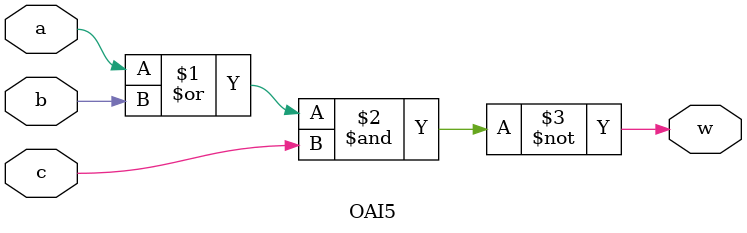
<source format=v>
module OAI5(input a,b,c, output w);
    assign#(6,9) w = ~((a|b)&c);
endmodule
</source>
